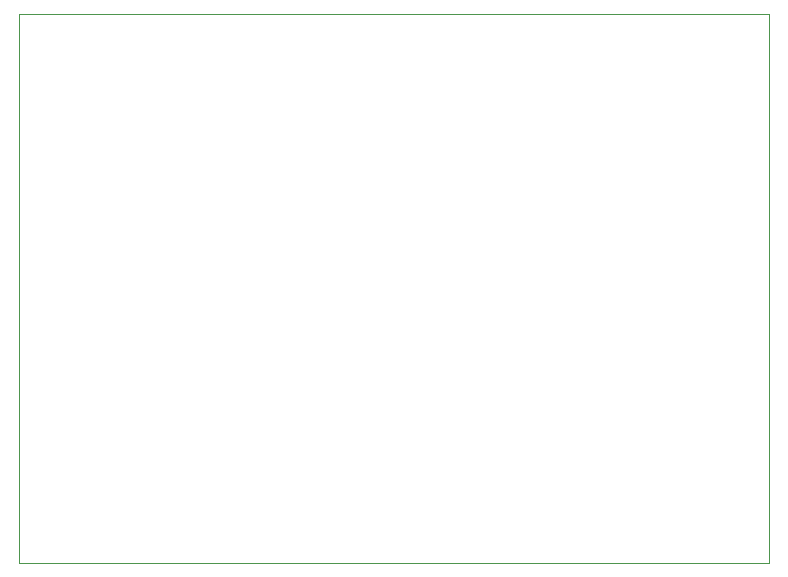
<source format=gbr>
%TF.GenerationSoftware,KiCad,Pcbnew,9.0.1*%
%TF.CreationDate,2025-11-16T17:16:38-08:00*%
%TF.ProjectId,GaN-LTC7800,47614e2d-4c54-4433-9738-30302e6b6963,rev?*%
%TF.SameCoordinates,Original*%
%TF.FileFunction,Profile,NP*%
%FSLAX46Y46*%
G04 Gerber Fmt 4.6, Leading zero omitted, Abs format (unit mm)*
G04 Created by KiCad (PCBNEW 9.0.1) date 2025-11-16 17:16:38*
%MOMM*%
%LPD*%
G01*
G04 APERTURE LIST*
%TA.AperFunction,Profile*%
%ADD10C,0.050000*%
%TD*%
G04 APERTURE END LIST*
D10*
X69500000Y-117500000D02*
X133000000Y-117500000D01*
X133000000Y-164000000D01*
X69500000Y-164000000D01*
X69500000Y-117500000D01*
M02*

</source>
